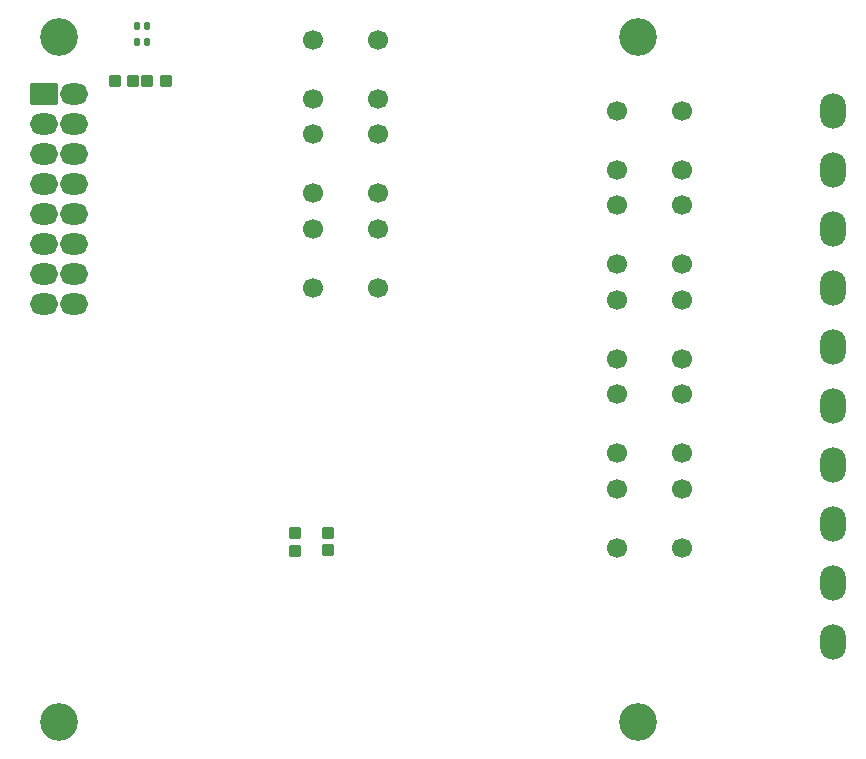
<source format=gbr>
G04 --- HEADER BEGIN --- *
G04 #@! TF.GenerationSoftware,LibrePCB,LibrePCB,1.0.0*
G04 #@! TF.CreationDate,2024-10-09T11:39:01*
G04 #@! TF.ProjectId,OSm Thermal,b11a65fa-6c4c-431c-8545-341aca355aaf,v1.11*
G04 #@! TF.Part,Single*
G04 #@! TF.SameCoordinates*
G04 #@! TF.FileFunction,Soldermask,Top*
G04 #@! TF.FilePolarity,Negative*
%FSLAX66Y66*%
%MOMM*%
G01*
G75*
G04 --- HEADER END --- *
G04 --- APERTURE LIST BEGIN --- *
%ADD10C,1.7*%
%AMROUNDEDRECT11*20,1,0.95,-0.4,0.0,0.4,0.0,0.0*20,1,0.75,-0.5,0.0,0.5,0.0,0.0*1,1,0.2,-0.4,0.375*1,1,0.2,0.4,0.375*1,1,0.2,0.4,-0.375*1,1,0.2,-0.4,-0.375*%
%ADD11ROUNDEDRECT11*%
%AMROUNDEDRECT12*20,1,0.95,-0.4,0.0,0.4,0.0,90.0*20,1,0.75,-0.5,0.0,0.5,0.0,90.0*1,1,0.2,-0.375,-0.4*1,1,0.2,-0.375,0.4*1,1,0.2,0.375,0.4*1,1,0.2,0.375,-0.4*%
%ADD12ROUNDEDRECT12*%
%ADD13O,2.39X1.787*%
%AMROUNDEDRECT14*20,1,1.787,-1.095,0.0,1.095,0.0,0.0*20,1,1.587,-1.195,0.0,1.195,0.0,0.0*1,1,0.2,-1.095,0.7935*1,1,0.2,1.095,0.7935*1,1,0.2,1.095,-0.7935*1,1,0.2,-1.095,-0.7935*%
%ADD14ROUNDEDRECT14*%
%AMROUNDEDRECT15*20,1,0.5,-0.175,0.0,0.175,0.0,90.0*20,1,0.15,-0.35,0.0,0.35,0.0,90.0*1,1,0.35,-0.075,-0.175*1,1,0.35,-0.075,0.175*1,1,0.35,0.075,0.175*1,1,0.35,0.075,-0.175*%
%ADD15ROUNDEDRECT15*%
%ADD16O,2.2X3.0*%
%AMROUNDEDRECT17*20,1,1.0,-0.425,0.0,0.425,0.0,90.0*20,1,0.8,-0.525,0.0,0.525,0.0,90.0*1,1,0.2,-0.4,-0.425*1,1,0.2,-0.4,0.425*1,1,0.2,0.4,0.425*1,1,0.2,0.4,-0.425*%
%ADD17ROUNDEDRECT17*%
%ADD18C,3.2*%
G04 --- APERTURE LIST END --- *
G04 --- BOARD BEGIN --- *
D10*
G04 #@! TO.C,K1*
X55750000Y-46750000D03*
X61250000Y-41750000D03*
X55750000Y-41750000D03*
X61250000Y-46750000D03*
D11*
G04 #@! TO.C,R2*
X28500000Y-47025000D03*
X28500000Y-45475000D03*
D10*
G04 #@! TO.C,K2*
X55750000Y-38750000D03*
X61250000Y-33750000D03*
X55750000Y-33750000D03*
X61250000Y-38750000D03*
G04 #@! TO.C,K5*
X55750000Y-14750000D03*
X61250000Y-9750000D03*
X55750000Y-9750000D03*
X61250000Y-14750000D03*
G04 #@! TO.C,K4*
X55750000Y-22750000D03*
X61250000Y-17750000D03*
X55750000Y-17750000D03*
X61250000Y-22750000D03*
D12*
G04 #@! TO.C,R13*
X15975000Y-7250000D03*
X17525000Y-7250000D03*
D10*
G04 #@! TO.C,K6*
X30000000Y-8750000D03*
X35500000Y-3750000D03*
X30000000Y-3750000D03*
X35500000Y-8750000D03*
G04 #@! TO.C,K3*
X55750000Y-30750000D03*
X61250000Y-25750000D03*
X55750000Y-25750000D03*
X61250000Y-30750000D03*
D13*
G04 #@! TO.C,J2*
X7230000Y-26140000D03*
X9770000Y-21060000D03*
X9770000Y-10900000D03*
X7230000Y-23600000D03*
X9770000Y-26140000D03*
X9770000Y-18520000D03*
X9770000Y-23600000D03*
X7230000Y-21060000D03*
X7230000Y-13440000D03*
X9770000Y-15980000D03*
X7230000Y-18520000D03*
D14*
X7230000Y-8360000D03*
D13*
X9770000Y-8360000D03*
X7230000Y-15980000D03*
X7230000Y-10900000D03*
X9770000Y-13440000D03*
D15*
G04 #@! TO.C,U2*
X15100000Y-2550000D03*
X15100000Y-3950000D03*
X15900000Y-3950000D03*
X15900000Y-2550000D03*
D12*
G04 #@! TO.C,R12*
X14775000Y-7250000D03*
X13225000Y-7250000D03*
D16*
G04 #@! TO.C,J1*
X74000000Y-49750000D03*
X74000000Y-39750000D03*
X74000000Y-29750000D03*
X74000000Y-44750000D03*
X74000000Y-24750000D03*
X74000000Y-9750000D03*
X74000000Y-19750000D03*
X74000000Y-14750000D03*
X74000000Y-54750000D03*
X74000000Y-34750000D03*
D17*
G04 #@! TO.C,C11*
X31250000Y-46975000D03*
X31250000Y-45525000D03*
D10*
G04 #@! TO.C,K7*
X30000000Y-16750000D03*
X35500000Y-11750000D03*
X30000000Y-11750000D03*
X35500000Y-16750000D03*
G04 #@! TO.C,K8*
X30000000Y-24750000D03*
X35500000Y-19750000D03*
X30000000Y-19750000D03*
X35500000Y-24750000D03*
D18*
G04 #@! TD*
X8500000Y-61500000D03*
X57500000Y-3500000D03*
X8500000Y-3500000D03*
X57500000Y-61500000D03*
G04 --- BOARD END --- *
G04 #@! TF.MD5,d58f6b5ea58423552eb6d35a2f8725f3*
M02*

</source>
